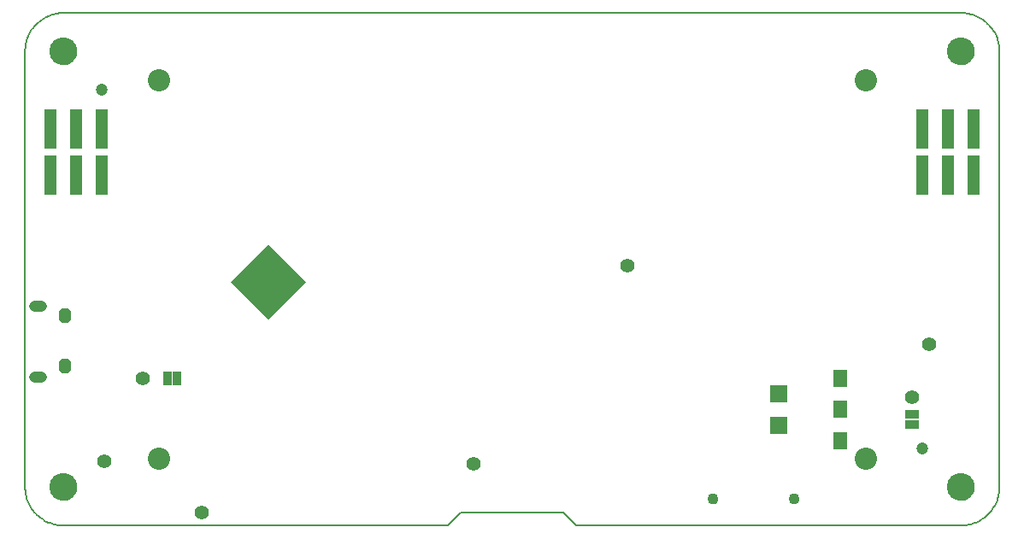
<source format=gbs>
G75*
%MOIN*%
%OFA0B0*%
%FSLAX24Y24*%
%IPPOS*%
%LPD*%
%AMOC8*
5,1,8,0,0,1.08239X$1,22.5*
%
%ADD10C,0.0050*%
%ADD11C,0.0000*%
%ADD12C,0.1080*%
%ADD13R,0.0474X0.1530*%
%ADD14C,0.0867*%
%ADD15C,0.0474*%
%ADD16C,0.0341*%
%ADD17C,0.0434*%
%ADD18C,0.0556*%
%ADD19R,0.0552X0.0671*%
%ADD20R,0.0671X0.0671*%
%ADD21R,0.0330X0.0580*%
%ADD22R,0.0580X0.0330*%
%ADD23R,0.2080X0.2080*%
%ADD24C,0.0430*%
D10*
X017760Y016393D02*
X032760Y016393D01*
X033260Y016893D01*
X037260Y016893D01*
X037760Y016393D01*
X052760Y016393D01*
X052836Y016395D01*
X052912Y016401D01*
X052987Y016410D01*
X053062Y016424D01*
X053136Y016441D01*
X053209Y016462D01*
X053281Y016486D01*
X053352Y016515D01*
X053421Y016546D01*
X053488Y016581D01*
X053553Y016620D01*
X053617Y016662D01*
X053678Y016707D01*
X053737Y016755D01*
X053793Y016806D01*
X053847Y016860D01*
X053898Y016916D01*
X053946Y016975D01*
X053991Y017036D01*
X054033Y017100D01*
X054072Y017165D01*
X054107Y017232D01*
X054138Y017301D01*
X054167Y017372D01*
X054191Y017444D01*
X054212Y017517D01*
X054229Y017591D01*
X054243Y017666D01*
X054252Y017741D01*
X054258Y017817D01*
X054260Y017893D01*
X054260Y034893D01*
X054258Y034969D01*
X054252Y035045D01*
X054243Y035120D01*
X054229Y035195D01*
X054212Y035269D01*
X054191Y035342D01*
X054167Y035414D01*
X054138Y035485D01*
X054107Y035554D01*
X054072Y035621D01*
X054033Y035686D01*
X053991Y035750D01*
X053946Y035811D01*
X053898Y035870D01*
X053847Y035926D01*
X053793Y035980D01*
X053737Y036031D01*
X053678Y036079D01*
X053617Y036124D01*
X053553Y036166D01*
X053488Y036205D01*
X053421Y036240D01*
X053352Y036271D01*
X053281Y036300D01*
X053209Y036324D01*
X053136Y036345D01*
X053062Y036362D01*
X052987Y036376D01*
X052912Y036385D01*
X052836Y036391D01*
X052760Y036393D01*
X017760Y036393D01*
X017684Y036391D01*
X017608Y036385D01*
X017533Y036376D01*
X017458Y036362D01*
X017384Y036345D01*
X017311Y036324D01*
X017239Y036300D01*
X017168Y036271D01*
X017099Y036240D01*
X017032Y036205D01*
X016967Y036166D01*
X016903Y036124D01*
X016842Y036079D01*
X016783Y036031D01*
X016727Y035980D01*
X016673Y035926D01*
X016622Y035870D01*
X016574Y035811D01*
X016529Y035750D01*
X016487Y035686D01*
X016448Y035621D01*
X016413Y035554D01*
X016382Y035485D01*
X016353Y035414D01*
X016329Y035342D01*
X016308Y035269D01*
X016291Y035195D01*
X016277Y035120D01*
X016268Y035045D01*
X016262Y034969D01*
X016260Y034893D01*
X016260Y017893D01*
X016262Y017817D01*
X016268Y017741D01*
X016277Y017666D01*
X016291Y017591D01*
X016308Y017517D01*
X016329Y017444D01*
X016353Y017372D01*
X016382Y017301D01*
X016413Y017232D01*
X016448Y017165D01*
X016487Y017100D01*
X016529Y017036D01*
X016574Y016975D01*
X016622Y016916D01*
X016673Y016860D01*
X016727Y016806D01*
X016783Y016755D01*
X016842Y016707D01*
X016903Y016662D01*
X016967Y016620D01*
X017032Y016581D01*
X017099Y016546D01*
X017168Y016515D01*
X017239Y016486D01*
X017311Y016462D01*
X017384Y016441D01*
X017458Y016424D01*
X017533Y016410D01*
X017608Y016401D01*
X017684Y016395D01*
X017760Y016393D01*
D11*
X017260Y017893D02*
X017262Y017937D01*
X017268Y017981D01*
X017278Y018024D01*
X017291Y018066D01*
X017308Y018107D01*
X017329Y018146D01*
X017353Y018183D01*
X017380Y018218D01*
X017410Y018250D01*
X017443Y018280D01*
X017479Y018306D01*
X017516Y018330D01*
X017556Y018349D01*
X017597Y018366D01*
X017640Y018378D01*
X017683Y018387D01*
X017727Y018392D01*
X017771Y018393D01*
X017815Y018390D01*
X017859Y018383D01*
X017902Y018372D01*
X017944Y018358D01*
X017984Y018340D01*
X018023Y018318D01*
X018059Y018294D01*
X018093Y018266D01*
X018125Y018235D01*
X018154Y018201D01*
X018180Y018165D01*
X018202Y018127D01*
X018221Y018087D01*
X018236Y018045D01*
X018248Y018003D01*
X018256Y017959D01*
X018260Y017915D01*
X018260Y017871D01*
X018256Y017827D01*
X018248Y017783D01*
X018236Y017741D01*
X018221Y017699D01*
X018202Y017659D01*
X018180Y017621D01*
X018154Y017585D01*
X018125Y017551D01*
X018093Y017520D01*
X018059Y017492D01*
X018023Y017468D01*
X017984Y017446D01*
X017944Y017428D01*
X017902Y017414D01*
X017859Y017403D01*
X017815Y017396D01*
X017771Y017393D01*
X017727Y017394D01*
X017683Y017399D01*
X017640Y017408D01*
X017597Y017420D01*
X017556Y017437D01*
X017516Y017456D01*
X017479Y017480D01*
X017443Y017506D01*
X017410Y017536D01*
X017380Y017568D01*
X017353Y017603D01*
X017329Y017640D01*
X017308Y017679D01*
X017291Y017720D01*
X017278Y017762D01*
X017268Y017805D01*
X017262Y017849D01*
X017260Y017893D01*
X021086Y019011D02*
X021088Y019050D01*
X021094Y019089D01*
X021104Y019127D01*
X021117Y019164D01*
X021134Y019199D01*
X021154Y019233D01*
X021178Y019264D01*
X021205Y019293D01*
X021234Y019319D01*
X021266Y019342D01*
X021300Y019362D01*
X021336Y019378D01*
X021373Y019390D01*
X021412Y019399D01*
X021451Y019404D01*
X021490Y019405D01*
X021529Y019402D01*
X021568Y019395D01*
X021605Y019384D01*
X021642Y019370D01*
X021677Y019352D01*
X021710Y019331D01*
X021741Y019306D01*
X021769Y019279D01*
X021794Y019249D01*
X021816Y019216D01*
X021835Y019182D01*
X021850Y019146D01*
X021862Y019108D01*
X021870Y019070D01*
X021874Y019031D01*
X021874Y018991D01*
X021870Y018952D01*
X021862Y018914D01*
X021850Y018876D01*
X021835Y018840D01*
X021816Y018806D01*
X021794Y018773D01*
X021769Y018743D01*
X021741Y018716D01*
X021710Y018691D01*
X021677Y018670D01*
X021642Y018652D01*
X021605Y018638D01*
X021568Y018627D01*
X021529Y018620D01*
X021490Y018617D01*
X021451Y018618D01*
X021412Y018623D01*
X021373Y018632D01*
X021336Y018644D01*
X021300Y018660D01*
X021266Y018680D01*
X021234Y018703D01*
X021205Y018729D01*
X021178Y018758D01*
X021154Y018789D01*
X021134Y018823D01*
X021117Y018858D01*
X021104Y018895D01*
X021094Y018933D01*
X021088Y018972D01*
X021086Y019011D01*
X021086Y033775D02*
X021088Y033814D01*
X021094Y033853D01*
X021104Y033891D01*
X021117Y033928D01*
X021134Y033963D01*
X021154Y033997D01*
X021178Y034028D01*
X021205Y034057D01*
X021234Y034083D01*
X021266Y034106D01*
X021300Y034126D01*
X021336Y034142D01*
X021373Y034154D01*
X021412Y034163D01*
X021451Y034168D01*
X021490Y034169D01*
X021529Y034166D01*
X021568Y034159D01*
X021605Y034148D01*
X021642Y034134D01*
X021677Y034116D01*
X021710Y034095D01*
X021741Y034070D01*
X021769Y034043D01*
X021794Y034013D01*
X021816Y033980D01*
X021835Y033946D01*
X021850Y033910D01*
X021862Y033872D01*
X021870Y033834D01*
X021874Y033795D01*
X021874Y033755D01*
X021870Y033716D01*
X021862Y033678D01*
X021850Y033640D01*
X021835Y033604D01*
X021816Y033570D01*
X021794Y033537D01*
X021769Y033507D01*
X021741Y033480D01*
X021710Y033455D01*
X021677Y033434D01*
X021642Y033416D01*
X021605Y033402D01*
X021568Y033391D01*
X021529Y033384D01*
X021490Y033381D01*
X021451Y033382D01*
X021412Y033387D01*
X021373Y033396D01*
X021336Y033408D01*
X021300Y033424D01*
X021266Y033444D01*
X021234Y033467D01*
X021205Y033493D01*
X021178Y033522D01*
X021154Y033553D01*
X021134Y033587D01*
X021117Y033622D01*
X021104Y033659D01*
X021094Y033697D01*
X021088Y033736D01*
X021086Y033775D01*
X017260Y034893D02*
X017262Y034937D01*
X017268Y034981D01*
X017278Y035024D01*
X017291Y035066D01*
X017308Y035107D01*
X017329Y035146D01*
X017353Y035183D01*
X017380Y035218D01*
X017410Y035250D01*
X017443Y035280D01*
X017479Y035306D01*
X017516Y035330D01*
X017556Y035349D01*
X017597Y035366D01*
X017640Y035378D01*
X017683Y035387D01*
X017727Y035392D01*
X017771Y035393D01*
X017815Y035390D01*
X017859Y035383D01*
X017902Y035372D01*
X017944Y035358D01*
X017984Y035340D01*
X018023Y035318D01*
X018059Y035294D01*
X018093Y035266D01*
X018125Y035235D01*
X018154Y035201D01*
X018180Y035165D01*
X018202Y035127D01*
X018221Y035087D01*
X018236Y035045D01*
X018248Y035003D01*
X018256Y034959D01*
X018260Y034915D01*
X018260Y034871D01*
X018256Y034827D01*
X018248Y034783D01*
X018236Y034741D01*
X018221Y034699D01*
X018202Y034659D01*
X018180Y034621D01*
X018154Y034585D01*
X018125Y034551D01*
X018093Y034520D01*
X018059Y034492D01*
X018023Y034468D01*
X017984Y034446D01*
X017944Y034428D01*
X017902Y034414D01*
X017859Y034403D01*
X017815Y034396D01*
X017771Y034393D01*
X017727Y034394D01*
X017683Y034399D01*
X017640Y034408D01*
X017597Y034420D01*
X017556Y034437D01*
X017516Y034456D01*
X017479Y034480D01*
X017443Y034506D01*
X017410Y034536D01*
X017380Y034568D01*
X017353Y034603D01*
X017329Y034640D01*
X017308Y034679D01*
X017291Y034720D01*
X017278Y034762D01*
X017268Y034805D01*
X017262Y034849D01*
X017260Y034893D01*
X042911Y017435D02*
X042913Y017461D01*
X042919Y017487D01*
X042928Y017511D01*
X042941Y017534D01*
X042958Y017554D01*
X042977Y017572D01*
X042999Y017587D01*
X043022Y017598D01*
X043047Y017606D01*
X043073Y017610D01*
X043099Y017610D01*
X043125Y017606D01*
X043150Y017598D01*
X043174Y017587D01*
X043195Y017572D01*
X043214Y017554D01*
X043231Y017534D01*
X043244Y017511D01*
X043253Y017487D01*
X043259Y017461D01*
X043261Y017435D01*
X043259Y017409D01*
X043253Y017383D01*
X043244Y017359D01*
X043231Y017336D01*
X043214Y017316D01*
X043195Y017298D01*
X043173Y017283D01*
X043150Y017272D01*
X043125Y017264D01*
X043099Y017260D01*
X043073Y017260D01*
X043047Y017264D01*
X043022Y017272D01*
X042998Y017283D01*
X042977Y017298D01*
X042958Y017316D01*
X042941Y017336D01*
X042928Y017359D01*
X042919Y017383D01*
X042913Y017409D01*
X042911Y017435D01*
X046060Y017435D02*
X046062Y017461D01*
X046068Y017487D01*
X046077Y017511D01*
X046090Y017534D01*
X046107Y017554D01*
X046126Y017572D01*
X046148Y017587D01*
X046171Y017598D01*
X046196Y017606D01*
X046222Y017610D01*
X046248Y017610D01*
X046274Y017606D01*
X046299Y017598D01*
X046323Y017587D01*
X046344Y017572D01*
X046363Y017554D01*
X046380Y017534D01*
X046393Y017511D01*
X046402Y017487D01*
X046408Y017461D01*
X046410Y017435D01*
X046408Y017409D01*
X046402Y017383D01*
X046393Y017359D01*
X046380Y017336D01*
X046363Y017316D01*
X046344Y017298D01*
X046322Y017283D01*
X046299Y017272D01*
X046274Y017264D01*
X046248Y017260D01*
X046222Y017260D01*
X046196Y017264D01*
X046171Y017272D01*
X046147Y017283D01*
X046126Y017298D01*
X046107Y017316D01*
X046090Y017336D01*
X046077Y017359D01*
X046068Y017383D01*
X046062Y017409D01*
X046060Y017435D01*
X048645Y019011D02*
X048647Y019050D01*
X048653Y019089D01*
X048663Y019127D01*
X048676Y019164D01*
X048693Y019199D01*
X048713Y019233D01*
X048737Y019264D01*
X048764Y019293D01*
X048793Y019319D01*
X048825Y019342D01*
X048859Y019362D01*
X048895Y019378D01*
X048932Y019390D01*
X048971Y019399D01*
X049010Y019404D01*
X049049Y019405D01*
X049088Y019402D01*
X049127Y019395D01*
X049164Y019384D01*
X049201Y019370D01*
X049236Y019352D01*
X049269Y019331D01*
X049300Y019306D01*
X049328Y019279D01*
X049353Y019249D01*
X049375Y019216D01*
X049394Y019182D01*
X049409Y019146D01*
X049421Y019108D01*
X049429Y019070D01*
X049433Y019031D01*
X049433Y018991D01*
X049429Y018952D01*
X049421Y018914D01*
X049409Y018876D01*
X049394Y018840D01*
X049375Y018806D01*
X049353Y018773D01*
X049328Y018743D01*
X049300Y018716D01*
X049269Y018691D01*
X049236Y018670D01*
X049201Y018652D01*
X049164Y018638D01*
X049127Y018627D01*
X049088Y018620D01*
X049049Y018617D01*
X049010Y018618D01*
X048971Y018623D01*
X048932Y018632D01*
X048895Y018644D01*
X048859Y018660D01*
X048825Y018680D01*
X048793Y018703D01*
X048764Y018729D01*
X048737Y018758D01*
X048713Y018789D01*
X048693Y018823D01*
X048676Y018858D01*
X048663Y018895D01*
X048653Y018933D01*
X048647Y018972D01*
X048645Y019011D01*
X052260Y017893D02*
X052262Y017937D01*
X052268Y017981D01*
X052278Y018024D01*
X052291Y018066D01*
X052308Y018107D01*
X052329Y018146D01*
X052353Y018183D01*
X052380Y018218D01*
X052410Y018250D01*
X052443Y018280D01*
X052479Y018306D01*
X052516Y018330D01*
X052556Y018349D01*
X052597Y018366D01*
X052640Y018378D01*
X052683Y018387D01*
X052727Y018392D01*
X052771Y018393D01*
X052815Y018390D01*
X052859Y018383D01*
X052902Y018372D01*
X052944Y018358D01*
X052984Y018340D01*
X053023Y018318D01*
X053059Y018294D01*
X053093Y018266D01*
X053125Y018235D01*
X053154Y018201D01*
X053180Y018165D01*
X053202Y018127D01*
X053221Y018087D01*
X053236Y018045D01*
X053248Y018003D01*
X053256Y017959D01*
X053260Y017915D01*
X053260Y017871D01*
X053256Y017827D01*
X053248Y017783D01*
X053236Y017741D01*
X053221Y017699D01*
X053202Y017659D01*
X053180Y017621D01*
X053154Y017585D01*
X053125Y017551D01*
X053093Y017520D01*
X053059Y017492D01*
X053023Y017468D01*
X052984Y017446D01*
X052944Y017428D01*
X052902Y017414D01*
X052859Y017403D01*
X052815Y017396D01*
X052771Y017393D01*
X052727Y017394D01*
X052683Y017399D01*
X052640Y017408D01*
X052597Y017420D01*
X052556Y017437D01*
X052516Y017456D01*
X052479Y017480D01*
X052443Y017506D01*
X052410Y017536D01*
X052380Y017568D01*
X052353Y017603D01*
X052329Y017640D01*
X052308Y017679D01*
X052291Y017720D01*
X052278Y017762D01*
X052268Y017805D01*
X052262Y017849D01*
X052260Y017893D01*
X048645Y033775D02*
X048647Y033814D01*
X048653Y033853D01*
X048663Y033891D01*
X048676Y033928D01*
X048693Y033963D01*
X048713Y033997D01*
X048737Y034028D01*
X048764Y034057D01*
X048793Y034083D01*
X048825Y034106D01*
X048859Y034126D01*
X048895Y034142D01*
X048932Y034154D01*
X048971Y034163D01*
X049010Y034168D01*
X049049Y034169D01*
X049088Y034166D01*
X049127Y034159D01*
X049164Y034148D01*
X049201Y034134D01*
X049236Y034116D01*
X049269Y034095D01*
X049300Y034070D01*
X049328Y034043D01*
X049353Y034013D01*
X049375Y033980D01*
X049394Y033946D01*
X049409Y033910D01*
X049421Y033872D01*
X049429Y033834D01*
X049433Y033795D01*
X049433Y033755D01*
X049429Y033716D01*
X049421Y033678D01*
X049409Y033640D01*
X049394Y033604D01*
X049375Y033570D01*
X049353Y033537D01*
X049328Y033507D01*
X049300Y033480D01*
X049269Y033455D01*
X049236Y033434D01*
X049201Y033416D01*
X049164Y033402D01*
X049127Y033391D01*
X049088Y033384D01*
X049049Y033381D01*
X049010Y033382D01*
X048971Y033387D01*
X048932Y033396D01*
X048895Y033408D01*
X048859Y033424D01*
X048825Y033444D01*
X048793Y033467D01*
X048764Y033493D01*
X048737Y033522D01*
X048713Y033553D01*
X048693Y033587D01*
X048676Y033622D01*
X048663Y033659D01*
X048653Y033697D01*
X048647Y033736D01*
X048645Y033775D01*
X052260Y034893D02*
X052262Y034937D01*
X052268Y034981D01*
X052278Y035024D01*
X052291Y035066D01*
X052308Y035107D01*
X052329Y035146D01*
X052353Y035183D01*
X052380Y035218D01*
X052410Y035250D01*
X052443Y035280D01*
X052479Y035306D01*
X052516Y035330D01*
X052556Y035349D01*
X052597Y035366D01*
X052640Y035378D01*
X052683Y035387D01*
X052727Y035392D01*
X052771Y035393D01*
X052815Y035390D01*
X052859Y035383D01*
X052902Y035372D01*
X052944Y035358D01*
X052984Y035340D01*
X053023Y035318D01*
X053059Y035294D01*
X053093Y035266D01*
X053125Y035235D01*
X053154Y035201D01*
X053180Y035165D01*
X053202Y035127D01*
X053221Y035087D01*
X053236Y035045D01*
X053248Y035003D01*
X053256Y034959D01*
X053260Y034915D01*
X053260Y034871D01*
X053256Y034827D01*
X053248Y034783D01*
X053236Y034741D01*
X053221Y034699D01*
X053202Y034659D01*
X053180Y034621D01*
X053154Y034585D01*
X053125Y034551D01*
X053093Y034520D01*
X053059Y034492D01*
X053023Y034468D01*
X052984Y034446D01*
X052944Y034428D01*
X052902Y034414D01*
X052859Y034403D01*
X052815Y034396D01*
X052771Y034393D01*
X052727Y034394D01*
X052683Y034399D01*
X052640Y034408D01*
X052597Y034420D01*
X052556Y034437D01*
X052516Y034456D01*
X052479Y034480D01*
X052443Y034506D01*
X052410Y034536D01*
X052380Y034568D01*
X052353Y034603D01*
X052329Y034640D01*
X052308Y034679D01*
X052291Y034720D01*
X052278Y034762D01*
X052268Y034805D01*
X052262Y034849D01*
X052260Y034893D01*
D12*
X052760Y034893D03*
X052760Y017893D03*
X017760Y017893D03*
X017760Y034893D03*
D13*
X018260Y031860D03*
X019260Y031860D03*
X019260Y030060D03*
X018260Y030060D03*
X017260Y030060D03*
X017260Y031860D03*
X051260Y031860D03*
X052260Y031860D03*
X053260Y031860D03*
X053260Y030060D03*
X052260Y030060D03*
X051260Y030060D03*
D14*
X049039Y033775D03*
X049039Y019011D03*
X021480Y019011D03*
X021480Y033775D03*
D15*
X019260Y033393D03*
X051260Y019393D03*
D16*
X017766Y022493D02*
X017766Y022725D01*
X017880Y022725D01*
X017880Y022493D01*
X017766Y022493D01*
X017766Y024462D02*
X017766Y024694D01*
X017880Y024694D01*
X017880Y024462D01*
X017766Y024462D01*
D17*
X016888Y024971D02*
X016632Y024971D01*
X016632Y022215D02*
X016888Y022215D01*
D18*
X020864Y022143D03*
X019360Y018893D03*
X023164Y016893D03*
X033760Y018793D03*
X039760Y026518D03*
X050864Y021394D03*
X051510Y023456D03*
D19*
X048039Y022141D03*
X048039Y020921D03*
X048039Y019700D03*
D20*
X045637Y020311D03*
X045637Y021531D03*
D21*
X022187Y022143D03*
X021832Y022143D03*
D22*
X050864Y020718D03*
X050864Y020318D03*
D23*
G36*
X027230Y025893D02*
X025760Y024423D01*
X024290Y025893D01*
X025760Y027363D01*
X027230Y025893D01*
G37*
D24*
X043086Y017435D03*
X046235Y017435D03*
M02*

</source>
